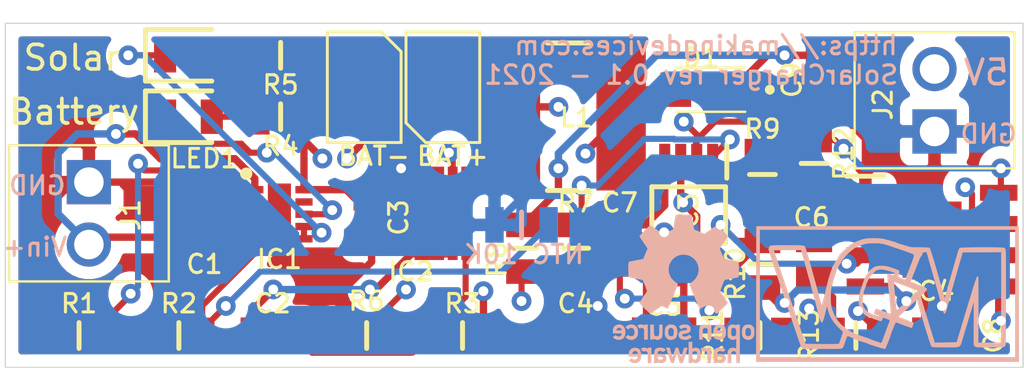
<source format=kicad_pcb>
(kicad_pcb (version 20211014) (generator pcbnew)
  (layers (0 "F.Cu" signal) (1 "In1.Cu" signal) (2 "In2.Cu" signal) (31 "B.Cu" signal) (34 "B.Paste" user) (35 "F.Paste" user) (36 "B.SilkS" user "B.Silkscreen") (37 "F.SilkS" user "F.Silkscreen") (38 "B.Mask" user) (39 "F.Mask" user) (44 "Edge.Cuts" user))
  (net 0 "")
  (net 1 "Vin+")
  (net 2 "gnd")
  (net 3 "Net-(C2-Pad2)")
  (net 4 "BAT-")
  (net 5 "BAT+")
  (net 6 "Net-(C4-Pad2)")
  (net 7 "Net-(C6-Pad2)")
  (net 8 "Net-(C7-Pad2)")
  (net 9 "5V")
  (net 10 "5V_BF")
  (net 11 "Net-(D1-Pad2)")
  (net 12 "Net-(IC1-Pad9)")
  (net 13 "Net-(IC1-Pad8)")
  (net 14 "Net-(IC1-Pad6)")
  (net 15 "Net-(IC1-Pad5)")
  (net 16 "Net-(IC1-Pad4)")
  (net 17 "Net-(IC1-Pad2)")
  (net 18 "Net-(IC2-Pad7)")
  (net 19 "Net-(IC2-Pad5)")
  (net 20 "Net-(IC2-Pad4)")
  (net 21 "Net-(IC3-Pad2)")
  (net 22 "Net-(IC3-Pad1)")
  (net 23 "Net-(IC4-Pad8)")
  (net 24 "Net-(IC4-Pad7)")
  (net 25 "Net-(IC4-Pad6)")
  (net 26 "Net-(IC4-Pad3)")
  (net 27 "Net-(LED1-Pad2)")
  (net 28 "Net-(LED2-Pad2)")
  (footprint "Library_Loader:RESC2012X75N" (layer "F.Cu") (at 93.8 53.7 180)
    (fp_text reference "R6" (at 0 1.4) (layer "F.SilkS") (effects (font (size 0.75 0.75) (thickness 0.125))))
    (fp_text value "2.7k" hide)
    (pad "1" smd rect locked (at -0.95 0 180) (size 1 1.45) (layers "F.Cu" "F.Paste" "F.Mask") (net 19 "Net-(IC2-Pad5)"))
    (pad "2" smd rect locked (at 0.95 0 180) (size 1 1.45) (layers "F.Cu" "F.Paste" "F.Mask") (net 2 "gnd"))
  )
  (footprint "Library_Loader:CAPC2012X140N" (layer "F.Cu") (at 87.2 48.9 -90)
    (fp_text reference "C1" (at 1.9 0 180) (layer "F.SilkS") (effects (font (size 0.75 0.75) (thickness 0.125))))
    (fp_text value "1uF" hide)
    (pad "1" smd rect locked (at -0.8 0 270) (size 1.02 1.47) (layers "F.Cu" "F.Paste" "F.Mask") (net 2 "gnd"))
    (pad "2" smd rect locked (at 0.8 0 270) (size 1.02 1.47) (layers "F.Cu" "F.Paste" "F.Mask") (net 1 "Vin+"))
  )
  (footprint "Library_Loader:CAPC2012X140N" (layer "F.Cu") (at 89.98 53.7)
    (fp_text reference "C2" (at 0 -1.3) (layer "F.SilkS") (effects (font (size 0.75 0.75) (thickness 0.125))))
    (fp_text value "1uF" hide)
    (pad "1" smd rect locked (at -0.8 0) (size 1.02 1.47) (layers "F.Cu" "F.Paste" "F.Mask") (net 4 "BAT-"))
    (pad "2" smd rect locked (at 0.8 0) (size 1.02 1.47) (layers "F.Cu" "F.Paste" "F.Mask") (net 3 "Net-(C2-Pad2)"))
  )
  (footprint "Library_Loader:CAPC2012X140N" (layer "F.Cu") (at 94 48.9 -90)
    (fp_text reference "C3" (at 0 -1.1 90) (layer "F.SilkS") (effects (font (size 0.75 0.75) (thickness 0.125))))
    (fp_text value "1uF" hide)
    (pad "1" smd rect locked (at -0.8 0 270) (size 1.02 1.47) (layers "F.Cu" "F.Paste" "F.Mask") (net 5 "BAT+"))
    (pad "2" smd rect locked (at 0.8 0 270) (size 1.02 1.47) (layers "F.Cu" "F.Paste" "F.Mask") (net 2 "gnd"))
  )
  (footprint "Library_Loader:CAPC2012X140N" (layer "F.Cu") (at 102.3 53.7 180)
    (fp_text reference "C4" (at 0 1.3) (layer "F.SilkS") (effects (font (size 0.75 0.75) (thickness 0.125))))
    (fp_text value "820pF" hide)
    (pad "1" smd rect locked (at -0.8 0 180) (size 1.02 1.47) (layers "F.Cu" "F.Paste" "F.Mask") (net 2 "gnd"))
    (pad "2" smd rect locked (at 0.8 0 180) (size 1.02 1.47) (layers "F.Cu" "F.Paste" "F.Mask") (net 6 "Net-(C4-Pad2)"))
  )
  (footprint "Library_Loader:CAPC2012X140N" (layer "F.Cu") (at 105.9 53.7)
    (fp_text reference "C5" (at 0 -1.2) (layer "F.SilkS") (effects (font (size 0.75 0.75) (thickness 0.125))))
    (fp_text value "22uF" hide)
    (pad "1" smd rect locked (at -0.8 0) (size 1.02 1.47) (layers "F.Cu" "F.Paste" "F.Mask") (net 2 "gnd"))
    (pad "2" smd rect locked (at 0.8 0) (size 1.02 1.47) (layers "F.Cu" "F.Paste" "F.Mask") (net 5 "BAT+"))
  )
  (footprint "Library_Loader:CAPC2012X140N" (layer "F.Cu") (at 112 50.6 90)
    (fp_text reference "C6" (at 1.7 -0.1 180) (layer "F.SilkS") (effects (font (size 0.75 0.75) (thickness 0.125))))
    (fp_text value "2.2nF" hide)
    (pad "1" smd rect locked (at -0.8 0 90) (size 1.02 1.47) (layers "F.Cu" "F.Paste" "F.Mask") (net 2 "gnd"))
    (pad "2" smd rect locked (at 0.8 0 90) (size 1.02 1.47) (layers "F.Cu" "F.Paste" "F.Mask") (net 7 "Net-(C6-Pad2)"))
  )
  (footprint "Library_Loader:CAPC2012X140N" (layer "F.Cu") (at 104.1 50 -90)
    (fp_text reference "C7" (at -1.7 0 180) (layer "F.SilkS") (effects (font (size 0.75 0.75) (thickness 0.125))))
    (fp_text value "100nF" hide)
    (pad "1" smd rect locked (at -0.8 0 270) (size 1.02 1.47) (layers "F.Cu" "F.Paste" "F.Mask") (net 2 "gnd"))
    (pad "2" smd rect locked (at 0.8 0 270) (size 1.02 1.47) (layers "F.Cu" "F.Paste" "F.Mask") (net 8 "Net-(C7-Pad2)"))
  )
  (footprint "Library_Loader:CAPC2012X140N" (layer "F.Cu") (at 117.3 53.7)
    (fp_text reference "C8" (at 2 0 90) (layer "F.SilkS") (effects (font (size 0.75 0.75) (thickness 0.125))))
    (fp_text value "100uF" hide)
    (pad "1" smd rect locked (at -0.8 0) (size 1.02 1.47) (layers "F.Cu" "F.Paste" "F.Mask") (net 2 "gnd"))
    (pad "2" smd rect locked (at 0.8 0) (size 1.02 1.47) (layers "F.Cu" "F.Paste" "F.Mask") (net 9 "5V"))
  )
  (footprint "Library_Loader:CAPC2012X140N" (layer "F.Cu") (at 112.4 43.2 90)
    (fp_text reference "C9" (at -0.1 -1.3 270) (layer "F.SilkS") (effects (font (size 0.75 0.75) (thickness 0.125))))
    (fp_text value "47uF" hide)
    (pad "1" smd rect locked (at -0.8 0 90) (size 1.02 1.47) (layers "F.Cu" "F.Paste" "F.Mask") (net 2 "gnd"))
    (pad "2" smd rect locked (at 0.8 0 90) (size 1.02 1.47) (layers "F.Cu" "F.Paste" "F.Mask") (net 10 "5V_BF"))
  )
  (footprint "Library_Loader:SS12FP" (layer "F.Cu") (at 107.8 43.7 180)
    (fp_text reference "D1" (at 0.4 1.3) (layer "F.SilkS") (effects (font (size 0.75 0.75) (thickness 0.125))))
    (fp_text value "FSV360FP" hide)
    (pad "1" smd rect locked (at -0.9 0 270) (size 1.4 2.3) (layers "F.Cu" "F.Paste" "F.Mask") (net 10 "5V_BF"))
    (pad "2" smd rect locked (at 1.425 0 180) (size 1.25 1.4) (layers "F.Cu" "F.Paste" "F.Mask") (net 11 "Net-(D1-Pad2)"))
  )
  (footprint "Library_Loader:mountinghole_battery" (layer "F.Cu") (at 96.9 43.6)
    (fp_text reference "H1" hide)
    (fp_text value "bat+")
    (pad "1" smd rect locked (at 0 0) (size 2 3.5) (layers "F.Cu" "F.Paste" "F.Mask") (net 5 "BAT+"))
  )
  (footprint "Library_Loader:mountinghole_battery" (layer "F.Cu") (at 93.7 43.6 180)
    (fp_text reference "H2" hide)
    (fp_text value "bat-")
    (pad "1" smd rect locked (at 0 0 180) (size 2 3.5) (layers "F.Cu" "F.Paste" "F.Mask") (net 4 "BAT-"))
  )
  (footprint "Library_Loader:SON50P200X300X80-11N" (layer "F.Cu") (at 90.25 48.7675)
    (fp_text reference "IC1" (at 0 1.8325) (layer "F.SilkS") (effects (font (size 0.75 0.75) (thickness 0.125))))
    (fp_text value "BQ24210DQCR" hide)
    (pad "1" smd rect locked (at -1 -1 90) (size 0.3 0.7) (layers "F.Cu" "F.Paste" "F.Mask") (net 1 "Vin+"))
    (pad "2" smd rect locked (at -1 -0.5 90) (size 0.3 0.7) (layers "F.Cu" "F.Paste" "F.Mask") (net 17 "Net-(IC1-Pad2)"))
    (pad "3" smd rect locked (at -1 0 90) (size 0.3 0.7) (layers "F.Cu" "F.Paste" "F.Mask") (net 2 "gnd"))
    (pad "4" smd rect locked (at -1 0.5 90) (size 0.3 0.7) (layers "F.Cu" "F.Paste" "F.Mask") (net 16 "Net-(IC1-Pad4)"))
    (pad "5" smd rect locked (at -1 1 90) (size 0.3 0.7) (layers "F.Cu" "F.Paste" "F.Mask") (net 15 "Net-(IC1-Pad5)"))
    (pad "6" smd rect locked (at 1 1 90) (size 0.3 0.7) (layers "F.Cu" "F.Paste" "F.Mask") (net 14 "Net-(IC1-Pad6)"))
    (pad "7" smd rect locked (at 1 0.5 90) (size 0.3 0.7) (layers "F.Cu" "F.Paste" "F.Mask") (net 14 "Net-(IC1-Pad6)"))
    (pad "8" smd rect locked (at 1 0 90) (size 0.3 0.7) (layers "F.Cu" "F.Paste" "F.Mask") (net 13 "Net-(IC1-Pad8)"))
    (pad "9" smd rect locked (at 1 -0.5 90) (size 0.3 0.7) (layers "F.Cu" "F.Paste" "F.Mask") (net 12 "Net-(IC1-Pad9)"))
    (pad "10" smd rect locked (at 1 -1 90) (size 0.3 0.7) (layers "F.Cu" "F.Paste" "F.Mask") (net 5 "BAT+"))
    (pad "11" smd rect locked (at 0 0) (size 0.94 2.5) (layers "F.Cu" "F.Paste" "F.Mask") (net 2 "gnd"))
  )
  (footprint "Library_Loader:AP9214LANHSBR7" (layer "F.Cu") (at 96.9 48.73)
    (fp_text reference "IC2" (at -1.3 2.37) (layer "F.SilkS") (effects (font (size 0.75 0.75) (thickness 0.125))))
    (fp_text value "AP9214L-AN-HSBR-7" hide)
    (pad "1" smd rect locked (at -0.55 1.65 90) (size 0.5 1.2) (layers "F.Cu" "F.Paste" "F.Mask") (net 4 "BAT-"))
    (pad "2" smd rect locked (at 0.4 1.65) (size 0.4 0.5) (layers "F.Cu" "F.Paste" "F.Mask") (net 4 "BAT-"))
    (pad "3" smd rect locked (at 0.95 1.65) (size 0.4 0.5) (layers "F.Cu" "F.Paste" "F.Mask") (net 3 "Net-(C2-Pad2)"))
    (pad "4" smd rect locked (at 0.95 -1.65) (size 0.4 0.5) (layers "F.Cu" "F.Paste" "F.Mask") (net 20 "Net-(IC2-Pad4)"))
    (pad "5" smd rect locked (at 0.4 -1.65) (size 0.4 0.5) (layers "F.Cu" "F.Paste" "F.Mask") (net 19 "Net-(IC2-Pad5)"))
    (pad "6" smd rect locked (at -0.55 -1.65 90) (size 0.5 1.2) (layers "F.Cu" "F.Paste" "F.Mask") (net 2 "gnd"))
    (pad "7" smd rect locked (at 0 0) (size 2.21 2.4) (layers "F.Cu" "F.Paste" "F.Mask") (net 18 "Net-(IC2-Pad7)"))
  )
  (footprint "Library_Loader:SOP65P490X110-8N" (layer "F.Cu") (at 106.9 48.8 -90)
    (fp_text reference "IC3" (at 0 0 90) (layer "F.SilkS") (effects (font (size 0.75 0.75) (thickness 0.125))))
    (fp_text value "TPS61085TDGKR" hide)
    (pad "1" smd rect locked (at -2.2 -0.975) (size 0.45 1.4) (layers "F.Cu" "F.Paste" "F.Mask") (net 22 "Net-(IC3-Pad1)"))
    (pad "2" smd rect locked (at -2.2 -0.325) (size 0.45 1.4) (layers "F.Cu" "F.Paste" "F.Mask") (net 21 "Net-(IC3-Pad2)"))
    (pad "3" smd rect locked (at -2.2 0.325) (size 0.45 1.4) (layers "F.Cu" "F.Paste" "F.Mask") (net 5 "BAT+"))
    (pad "4" smd rect locked (at -2.2 0.975) (size 0.45 1.4) (layers "F.Cu" "F.Paste" "F.Mask") (net 2 "gnd"))
    (pad "5" smd rect locked (at 2.2 0.975) (size 0.45 1.4) (layers "F.Cu" "F.Paste" "F.Mask") (net 11 "Net-(D1-Pad2)"))
    (pad "6" smd rect locked (at 2.2 0.325) (size 0.45 1.4) (layers "F.Cu" "F.Paste" "F.Mask") (net 5 "BAT+"))
    (pad "7" smd rect locked (at 2.2 -0.325) (size 0.45 1.4) (layers "F.Cu" "F.Paste" "F.Mask") (net 5 "BAT+"))
    (pad "8" smd rect locked (at 2.2 -0.975) (size 0.45 1.4) (layers "F.Cu" "F.Paste" "F.Mask") (net 8 "Net-(C7-Pad2)"))
  )
  (footprint "Library_Loader:SOIC127P600X170-9N" (layer "F.Cu") (at 116.8 49.8)
    (fp_text reference "IC4" (at 0 2.1) (layer "F.SilkS") (effects (font (size 0.75 0.75) (thickness 0.125))))
    (fp_text value "TPS259620DDAR" hide)
    (pad "1" smd rect locked (at -2.712 -1.905 90) (size 0.65 1.525) (layers "F.Cu" "F.Paste" "F.Mask") (net 2 "gnd"))
    (pad "2" smd rect locked (at -2.712 -0.635 90) (size 0.65 1.525) (layers "F.Cu" "F.Paste" "F.Mask") (net 7 "Net-(C6-Pad2)"))
    (pad "3" smd rect locked (at -2.712 0.635 90) (size 0.65 1.525) (layers "F.Cu" "F.Paste" "F.Mask") (net 26 "Net-(IC4-Pad3)"))
    (pad "4" smd rect locked (at -2.712 1.905 90) (size 0.65 1.525) (layers "F.Cu" "F.Paste" "F.Mask") (net 10 "5V_BF"))
    (pad "5" smd rect locked (at 2.712 1.905 90) (size 0.65 1.525) (layers "F.Cu" "F.Paste" "F.Mask") (net 9 "5V"))
    (pad "6" smd rect locked (at 2.712 0.635 90) (size 0.65 1.525) (layers "F.Cu" "F.Paste" "F.Mask") (net 25 "Net-(IC4-Pad6)"))
    (pad "7" smd rect locked (at 2.712 -0.635 90) (size 0.65 1.525) (layers "F.Cu" "F.Paste" "F.Mask") (net 24 "Net-(IC4-Pad7)"))
    (pad "8" smd rect locked (at 2.712 -1.905 90) (size 0.65 1.525) (layers "F.Cu" "F.Paste" "F.Mask") (net 23 "Net-(IC4-Pad8)"))
    (pad "9" smd rect locked (at 0 0) (size 2.4 3.1) (layers "F.Cu" "F.Paste" "F.Mask") (net 2 "gnd"))
  )
  (footprint "Library_Loader:282834-2_1" (layer "F.Cu") (at 82.5 47.46 -90)
    (fp_text reference "J1" (at 1.34 -1.7 90) (layer "F.SilkS") (effects (font (size 0.75 0.75) (thickness 0.125))))
    (fp_text value "IN" hide)
    (pad "1" thru_hole rect locked (at 0 0 270) (size 1.8 1.8) (drill 1.2) (layers *.Cu *.Mask) (net 2 "gnd"))
    (pad "2" thru_hole circle locked (at 2.54 0 270) (size 1.8 1.8) (drill 1.2) (layers *.Cu *.Mask) (net 1 "Vin+"))
  )
  (footprint "Library_Loader:282834-2_1" (layer "F.Cu") (at 116.9 45.4 90)
    (fp_text reference "J2" (at 1.1 -2.1 90) (layer "F.SilkS") (effects (font (size 0.75 0.75) (thickness 0.125))))
    (fp_text value "OUT" hide)
    (pad "1" thru_hole rect locked (at 0 0 90) (size 1.8 1.8) (drill 1.2) (layers *.Cu *.Mask) (net 2 "gnd"))
    (pad "2" thru_hole circle locked (at 2.54 0 90) (size 1.8 1.8) (drill 1.2) (layers *.Cu *.Mask) (net 9 "5V"))
  )
  (footprint "Library_Loader:SRN6045_1" (layer "F.Cu") (at 102 44.8 180)
    (fp_text reference "L1" (at -0.327 -0.037) (layer "F.SilkS") (effects (font (size 0.75 0.75) (thickness 0.125))))
    (fp_text value "4.7uH" hide)
    (pad "1" smd rect locked (at -2.15 0 180) (size 2.01 6) (layers "F.Cu" "F.Paste" "F.Mask") (net 11 "Net-(D1-Pad2)"))
    (pad "2" smd rect locked (at 2.15 0 180) (size 2.01 6) (layers "F.Cu" "F.Paste" "F.Mask") (net 5 "BAT+"))
  )
  (footprint "Library_Loader:LEDC2012X90N" (layer "F.Cu") (at 86.55 44.8)
    (fp_text reference "LED1" (at 0.65 1.7) (layer "F.SilkS") (effects (font (size 0.75 0.75) (thickness 0.125))))
    (fp_text value "Orange" hide)
    (pad "1" smd rect locked (at -0.95 0) (size 0.9 1.4) (layers "F.Cu" "F.Paste" "F.Mask") (net 13 "Net-(IC1-Pad8)"))
    (pad "2" smd rect locked (at 0.95 0) (size 0.9 1.4) (layers "F.Cu" "F.Paste" "F.Mask") (net 27 "Net-(LED1-Pad2)"))
  )
  (footprint "Library_Loader:LEDC2012X90N" (layer "F.Cu") (at 86.55 42.3)
    (fp_text reference "LED2" hide)
    (fp_text value "Green" hide)
    (pad "1" smd rect locked (at -0.95 0) (size 0.9 1.4) (layers "F.Cu" "F.Paste" "F.Mask") (net 14 "Net-(IC1-Pad6)"))
    (pad "2" smd rect locked (at 0.95 0) (size 0.9 1.4) (layers "F.Cu" "F.Paste" "F.Mask") (net 28 "Net-(LED2-Pad2)"))
  )
  (footprint "Library_Loader:RESC2012X75N" (layer "F.Cu") (at 82.1 53.7)
    (fp_text reference "R1" (at 0 -1.3) (layer "F.SilkS") (effects (font (size 0.75 0.75) (thickness 0.125))))
    (fp_text value "780" hide)
    (pad "1" smd rect locked (at -0.95 0) (size 1 1.45) (layers "F.Cu" "F.Paste" "F.Mask") (net 2 "gnd"))
    (pad "2" smd rect locked (at 0.95 0) (size 1 1.45) (layers "F.Cu" "F.Paste" "F.Mask") (net 17 "Net-(IC1-Pad2)"))
  )
  (footprint "Library_Loader:RESC2012X75N" (layer "F.Cu") (at 86.16 53.7)
    (fp_text reference "R2" (at 0 -1.3) (layer "F.SilkS") (effects (font (size 0.75 0.75) (thickness 0.125))))
    (fp_text value "21.5K" hide)
    (pad "1" smd rect locked (at -0.95 0) (size 1 1.45) (layers "F.Cu" "F.Paste" "F.Mask") (net 16 "Net-(IC1-Pad4)"))
    (pad "2" smd rect locked (at 0.95 0) (size 1 1.45) (layers "F.Cu" "F.Paste" "F.Mask") (net 15 "Net-(IC1-Pad5)"))
  )
  (footprint "Library_Loader:RESC2012X75N" (layer "F.Cu") (at 97.7 53.7 180)
    (fp_text reference "R3" (at 0 1.3) (layer "F.SilkS") (effects (font (size 0.75 0.75) (thickness 0.125))))
    (fp_text value "330" hide)
    (pad "1" smd rect locked (at -0.95 0 180) (size 1 1.45) (layers "F.Cu" "F.Paste" "F.Mask") (net 5 "BAT+"))
    (pad "2" smd rect locked (at 0.95 0 180) (size 1 1.45) (layers "F.Cu" "F.Paste" "F.Mask") (net 3 "Net-(C2-Pad2)"))
  )
  (footprint "Library_Loader:RESC2012X75N" (layer "F.Cu") (at 90.3 44.8 180)
    (fp_text reference "R4" (at 0 -1.2) (layer "F.SilkS") (effects (font (size 0.75 0.75) (thickness 0.125))))
    (fp_text value "1k" hide)
    (pad "1" smd rect locked (at -0.95 0 180) (size 1 1.45) (layers "F.Cu" "F.Paste" "F.Mask") (net 5 "BAT+"))
    (pad "2" smd rect locked (at 0.95 0 180) (size 1 1.45) (layers "F.Cu" "F.Paste" "F.Mask") (net 27 "Net-(LED1-Pad2)"))
  )
  (footprint "Library_Loader:RESC2012X75N" (layer "F.Cu") (at 90.3 42.3 180)
    (fp_text reference "R5" (at 0 -1.2) (layer "F.SilkS") (effects (font (size 0.75 0.75) (thickness 0.125))))
    (fp_text value "1k" hide)
    (pad "1" smd rect locked (at -0.95 0 180) (size 1 1.45) (layers "F.Cu" "F.Paste" "F.Mask") (net 5 "BAT+"))
    (pad "2" smd rect locked (at 0.95 0 180) (size 1 1.45) (layers "F.Cu" "F.Paste" "F.Mask") (net 28 "Net-(LED2-Pad2)"))
  )
  (footprint "Library_Loader:RESC2012X75N" (layer "F.Cu") (at 102.3 50.15 -90)
    (fp_text reference "R7" (at -1.85 0 180) (layer "F.SilkS") (effects (font (size 0.75 0.75) (thickness 0.125))))
    (fp_text value "44.2k" hide)
    (pad "1" smd rect locked (at -0.95 0 270) (size 1 1.45) (layers "F.Cu" "F.Paste" "F.Mask") (net 22 "Net-(IC3-Pad1)"))
    (pad "2" smd rect locked (at 0.95 0 270) (size 1 1.45) (layers "F.Cu" "F.Paste" "F.Mask") (net 6 "Net-(C4-Pad2)"))
  )
  (footprint "Library_Loader:RESC2012X75N" (layer "F.Cu") (at 100.2 50.15 -90)
    (fp_text reference "R8" (at 0.45 1.1 90) (layer "F.SilkS") (effects (font (size 0.75 0.75) (thickness 0.125))))
    (fp_text value "82k" hide)
    (pad "1" smd rect locked (at -0.95 0 270) (size 1 1.45) (layers "F.Cu" "F.Paste" "F.Mask") (net 10 "5V_BF"))
    (pad "2" smd rect locked (at 0.95 0 270) (size 1 1.45) (layers "F.Cu" "F.Paste" "F.Mask") (net 21 "Net-(IC3-Pad2)"))
  )
  (footprint "Library_Loader:RESC2012X75N" (layer "F.Cu") (at 109.9 47.15 -90)
    (fp_text reference "R9" (at -1.85 0 180) (layer "F.SilkS") (effects (font (size 0.75 0.75) (thickness 0.125))))
    (fp_text value "27k" hide)
    (pad "1" smd rect locked (at -0.95 0 270) (size 1 1.45) (layers "F.Cu" "F.Paste" "F.Mask") (net 21 "Net-(IC3-Pad2)"))
    (pad "2" smd rect locked (at 0.95 0 270) (size 1 1.45) (layers "F.Cu" "F.Paste" "F.Mask") (net 2 "gnd"))
  )
  (footprint "Library_Loader:RESC2012X75N" (layer "F.Cu") (at 109.9 50.8 90)
    (fp_text reference "R10" (at -0.4 -1.1 270) (layer "F.SilkS") (effects (font (size 0.75 0.75) (thickness 0.125))))
    (fp_text value "450K" hide)
    (pad "1" smd rect locked (at -0.95 0 90) (size 1 1.45) (layers "F.Cu" "F.Paste" "F.Mask") (net 10 "5V_BF"))
    (pad "2" smd rect locked (at 0.95 0 90) (size 1 1.45) (layers "F.Cu" "F.Paste" "F.Mask") (net 26 "Net-(IC4-Pad3)"))
  )
  (footprint "Library_Loader:RESC2012X75N" (layer "F.Cu") (at 109.8 53.7)
    (fp_text reference "R11" (at -1.9 0 90) (layer "F.SilkS") (effects (font (size 0.75 0.75) (thickness 0.125))))
    (fp_text value "432k" hide)
    (pad "1" smd rect locked (at -0.95 0) (size 1 1.45) (layers "F.Cu" "F.Paste" "F.Mask") (net 26 "Net-(IC4-Pad3)"))
    (pad "2" smd rect locked (at 0.95 0) (size 1 1.45) (layers "F.Cu" "F.Paste" "F.Mask") (net 2 "gnd"))
  )
  (footprint "Library_Loader:RESC2012X75N" (layer "F.Cu") (at 112 46.7 -90)
    (fp_text reference "R12" (at -0.4 -1.2 90) (layer "F.SilkS") (effects (font (size 0.75 0.75) (thickness 0.125))))
    (fp_text value "400k" hide)
    (pad "1" smd rect locked (at -0.95 0 270) (size 1 1.45) (layers "F.Cu" "F.Paste" "F.Mask") (net 23 "Net-(IC4-Pad8)"))
    (pad "2" smd rect locked (at 0.95 0 270) (size 1 1.45) (layers "F.Cu" "F.Paste" "F.Mask") (net 2 "gnd"))
  )
  (footprint "Library_Loader:RESC2012X75N" (layer "F.Cu") (at 113.7 53.7 180)
    (fp_text reference "R13" (at 1.9 0 90) (layer "F.SilkS") (effects (font (size 0.75 0.75) (thickness 0.125))))
    (fp_text value "909" hide)
    (pad "1" smd rect locked (at -0.95 0 180) (size 1 1.45) (layers "F.Cu" "F.Paste" "F.Mask") (net 24 "Net-(IC4-Pad7)"))
    (pad "2" smd rect locked (at 0.95 0 180) (size 1 1.45) (layers "F.Cu" "F.Paste" "F.Mask") (net 2 "gnd"))
  )
  (footprint "Library_Loader:THRMC2012X95N" (layer "B.Cu") (at 100.1 49.2)
    (fp_text reference "RT1" hide)
    (fp_text value "NTC 10K" hide)
    (pad "1" smd rect locked (at -1.1 0) (size 0.75 1.45) (layers "B.Cu" "B.Paste" "B.Mask") (net 2 "gnd"))
    (pad "2" smd rect locked (at 1.1 0) (size 0.75 1.45) (layers "B.Cu" "B.Paste" "B.Mask") (net 15 "Net-(IC1-Pad5)"))
  )
  (footprint "MDV:logo_MDV_3" (layer "B.Cu") (at 115 52 180)
    (fp_text reference "G***" hide)
    (fp_text value "LOGO" hide)
  )
  (footprint "Symbol:OSHW-Logo_5.7x6mm_SilkScreen" (layer "B.Cu") (at 106.7 51.8 180)
    (fp_text reference "REF**" hide)
    (fp_text value "OSHW-Logo_5.7x6mm_SilkScreen" hide)
  )
  (gr_line (start 79.1 55) (end 79.1 41) (layer "Edge.Cuts") (width 0.05))
  (gr_line (start 120.5 55) (end 79.1 55) (layer "Edge.Cuts") (width 0.05))
  (gr_line (start 120.5 41) (end 120.5 55) (layer "Edge.Cuts") (width 0.05))
  (gr_line (start 79.1 41) (end 120.5 41) (layer "Edge.Cuts") (width 0.05))
  (gr_text "GND" (at 119.1 45.5) (layer "B.SilkS") (effects (font (size 0.75 0.75) (thickness 0.125)) (justify mirror)))
  (gr_text "SolarCharger rev 0.1 - 2021" (at 107 43.1) (layer "B.SilkS") (effects (font (size 0.75 0.75) (thickness 0.125)) (justify mirror)))
  (gr_text "GND" (at 80.4 47.6) (layer "B.SilkS") (effects (font (size 0.75 0.75) (thickness 0.125)) (justify mirror)))
  (gr_text "Vin+\n" (at 80.3 50.1) (layer "B.SilkS") (effects (font (size 0.75 0.75) (thickness 0.125)) (justify mirror)))
  (gr_text "5V" (at 119 43) (layer "B.SilkS") (effects (font (size 1 1)) (justify mirror)))
  (gr_text "https://makingdevices.com" (at 107.6 41.9) (layer "B.SilkS") (effects (font (size 0.75 0.75) (thickness 0.125)) (justify mirror)))
  (gr_text "NTC 10K" (at 100.2 50.4) (layer "B.SilkS") (effects (font (size 0.75 0.75) (thickness 0.125)) (justify mirror)))
  (gr_text "BAT-" (at 94.1 46.4) (layer "F.SilkS") (effects (font (size 0.75 0.75) (thickness 0.125))))
  (gr_text "Solar" (at 81.8 42.4) (layer "F.SilkS") (effects (font (size 1 1))))
  (gr_text "Battery" (at 81.9 44.6) (layer "F.SilkS") (effects (font (size 1 1))))
  (gr_text "BAT+" (at 97.3 46.4) (layer "F.SilkS") (effects (font (size 0.75 0.75) (thickness 0.125))))
  (segment (start 89.25 47.3175) (end 88.442482 46.509982) (width 0.3) (layer "F.Cu") (net 1))
  (segment (start 85.409984 46.509982) (end 84.400002 45.5) (width 0.3) (layer "F.Cu") (net 1))
  (segment (start 82.8 49.7) (end 82.5 50) (width 0.3) (layer "F.Cu") (net 1))
  (segment (start 87.2 49.7) (end 82.8 49.7) (width 0.3) (layer "F.Cu") (net 1))
  (segment (start 89.25 47.7675) (end 89.25 47.3175) (width 0.3) (layer "F.Cu") (net 1))
  (segment (start 84.400002 45.5) (end 83.6 45.5) (width 0.3) (layer "F.Cu") (net 1))
  (segment (start 88.442482 46.509982) (end 85.409984 46.509982) (width 0.3) (layer "F.Cu") (net 1))
  (via (at 83.6 45.5) (size 0.8) (drill 0.4) (layers "F.Cu" "B.Cu") (net 1))
  (segment (start 82.029998 45.5) (end 81.249999 46.279999) (width 0.3) (layer "B.Cu") (net 1))
  (segment (start 81.249999 48.749999) (end 82.5 50) (width 0.3) (layer "B.Cu") (net 1))
  (segment (start 83.6 45.5) (end 82.029998 45.5) (width 0.3) (layer "B.Cu") (net 1))
  (segment (start 81.249999 46.279999) (end 81.249999 48.749999) (width 0.3) (layer "B.Cu") (net 1))
  (segment (start 95.035 49.7) (end 95.2 49.535) (width 0.3) (layer "F.Cu") (net 2))
  (segment (start 93.5 51.2) (end 94 50.7) (width 0.3) (layer "F.Cu") (net 2))
  (segment (start 90.619999 50.267501) (end 90.25 49.897502) (width 0.3) (layer "F.Cu") (net 2))
  (segment (start 92.732499 50.267501) (end 91.967501 50.267501) (width 0.3) (layer "F.Cu") (net 2))
  (segment (start 104.489998 49.2) (end 104.1 49.2) (width 0.3) (layer "F.Cu") (net 2))
  (segment (start 105.925 48.41) (end 105.135 49.2) (width 0.3) (layer "F.Cu") (net 2))
  (segment (start 105.185001 49.895003) (end 104.489998 49.2) (width 0.3) (layer "F.Cu") (net 2))
  (segment (start 93.5 51.2) (end 93.3 51.2) (width 0.3) (layer "F.Cu") (net 2))
  (segment (start 110.75 53.65) (end 111.8 52.6) (width 0.3) (layer "F.Cu") (net 2))
  (segment (start 93.3 49.7) (end 92.732499 50.267501) (width 0.3) (layer "F.Cu") (net 2))
  (segment (start 91.967501 50.267501) (end 90.619999 50.267501) (width 0.3) (layer "F.Cu") (net 2))
  (segment (start 91.4 50.4) (end 90.5 50.4) (width 0.3) (layer "F.Cu") (net 2))
  (segment (start 105.135 49.2) (end 104.1 49.2) (width 0.3) (layer "F.Cu") (net 2))
  (segment (start 93.3 49.7) (end 94.335 49.7) (width 0.3) (layer "F.Cu") (net 2))
  (segment (start 112.75 53.7) (end 112.75 52.15) (width 0.3) (layer "F.Cu") (net 2))
  (segment (start 80.7 48.6) (end 80.7 52.75) (width 0.3) (layer "F.Cu") (net 2))
  (segment (start 92.1 51.1) (end 91.4 50.4) (width 0.3) (layer "F.Cu") (net 2))
  (segment (start 95.2 46.9) (end 96.17 46.9) (width 0.3) (layer "F.Cu") (net 2))
  (segment (start 117.2 52.5) (end 117.2 50.2) (width 0.3) (layer "F.Cu") (net 2))
  (segment (start 116.8 49.8) (end 114.895 47.895) (width 0.3) (layer "F.Cu") (net 2))
  (segment (start 116.8 45.5) (end 116.9 45.4) (width 0.3) (layer "F.Cu") (net 2))
  (segment (start 94 49.7) (end 95.035 49.7) (width 0.3) (layer "F.Cu") (net 2))
  (segment (start 105.1 53.7) (end 105.185001 53.614999) (width 0.3) (layer "F.Cu") (net 2))
  (segment (start 112 47.65) (end 113.843 47.65) (width 0.3) (layer "F.Cu") (net 2))
  (segment (start 103.1 53.7) (end 103.1 52.6) (width 0.3) (layer "F.Cu") (net 2))
  (segment (start 105.925 46.6) (end 105.925 48.41) (width 0.3) (layer "F.Cu") (net 2))
  (segment (start 80.7 52.75) (end 81.15 53.2) (width 0.3) (layer "F.Cu") (net 2))
  (segment (start 114.376 45.4) (end 114.088 45.688) (width 0.3) (layer "F.Cu") (net 2))
  (segment (start 92.85 53.2) (end 92.85 51.85) (width 0.3) (layer "F.Cu") (net 2))
  (segment (start 116.9 45.4) (end 114.376 45.4) (width 0.3) (layer "F.Cu") (net 2))
  (segment (start 105.185001 53.614999) (end 105.185001 49.895003) (width 0.3) (layer "F.Cu") (net 2))
  (segment (start 116.8 49.8) (end 116.8 45.5) (width 0.3) (layer "F.Cu") (net 2))
  (segment (start 94 50.7) (end 94 49.7) (width 0.3) (layer "F.Cu") (net 2))
  (segment (start 114.895 47.895) (end 114.088 47.895) (width 0.3) (layer "F.Cu") (net 2))
  (segment (start 93.2 51.1) (end 92.1 51.1) (width 0.3) (layer "F.Cu") (net 2))
  (segment (start 117.2 50.2) (end 116.8 49.8) (width 0.3) (layer "F.Cu") (net 2))
  (segment (start 81.84 47.46) (end 80.7 48.6) (width 0.3) (layer "F.Cu") (net 2))
  (segment (start 116.5 50.1) (end 116.8 49.8) (width 0.3) (layer "F.Cu") (net 2))
  (segment (start 90.25 49.897502) (end 90.25 48.7675) (width 0.3) (layer "F.Cu") (net 2))
  (segment (start 82.5 47.46) (end 86.56 47.46) (width 0.3) (layer "F.Cu") (net 2))
  (segment (start 82.5 47.46) (end 81.84 47.46) (width 0.3) (layer "F.Cu") (net 2))
  (segment (start 116.5 53.7) (end 116.5 50.1) (width 0.3) (layer "F.Cu") (net 2))
  (segment (start 109.9 48.1) (end 111.55 48.1) (width 0.3) (layer "F.Cu") (net 2))
  (segment (start 91.967501 50.267501) (end 92.2 50.5) (width 0.3) (layer "F.Cu") (net 2))
  (segment (start 91.835002 50.4) (end 91.967501 50.267501) (width 0.3) (layer "F.Cu") (net 2))
  (segment (start 110.75 53.7) (end 110.75 53.65) (width 0.3) (layer "F.Cu") (net 2))
  (segment (start 86.56 47.46) (end 87.2 48.1) (width 0.3) (layer "F.Cu") (net 2))
  (segment (start 95.2 49.535) (end 95.2 46.9) (width 0.3) (layer "F.Cu") (net 2))
  (segment (start 90.25 48.7675) (end 89.25 48.7675) (width 0.3) (layer "F.Cu") (net 2))
  (segment (start 114.088 47.895) (end 114.088 45.688) (width 0.3) (layer "F.Cu") (net 2))
  (segment (start 93.3 51.2) (end 93.2 51.1) (width 0.3) (layer "F.Cu") (net 2))
  (segment (start 114.088 45.688) (end 112.4 44) (width 0.3) (layer "F.Cu") (net 2))
  (segment (start 112.75 52.15) (end 112 51.4) (width 0.3) (layer "F.Cu") (net 2))
  (segment (start 113.843 47.65) (end 114.088 47.895) (width 0.3) (layer "F.Cu") (net 2))
  (segment (start 89.25 48.7675) (end 87.8675 48.7675) (width 0.3) (layer "F.Cu") (net 2))
  (segment (start 103.1 52.6) (end 103.2 52.5) (width 0.3) (layer "F.Cu") (net 2))
  (segment (start 87.8675 48.7675) (end 87.2 48.1) (width 0.3) (layer "F.Cu") (net 2))
  (segment (start 91.4 50.4) (end 91.835002 50.4) (width 0.3) (layer "F.Cu") (net 2))
  (segment (start 96.17 46.9) (end 96.35 47.08) (width 0.3) (layer "F.Cu") (net 2))
  (segment (start 111.55 48.1) (end 112 47.65) (width 0.3) (layer "F.Cu") (net 2))
  (segment (start 105.1 53.7) (end 103.1 53.7) (width 0.3) (layer "F.Cu") (net 2))
  (segment (start 112.75 53.7) (end 110.75 53.7) (width 0.3) (layer "F.Cu") (net 2))
  (segment (start 92.85 51.85) (end 93.5 51.2) (width 0.3) (layer "F.Cu") (net 2))
  (via (at 103.2 52.5) (size 0.8) (drill 0.4) (layers "F.Cu" "B.Cu") (net 2))
  (via (at 95.2 46.9) (size 0.8) (drill 0.4) (layers "F.Cu" "B.Cu") (net 2))
  (via (at 111.8 52.6) (size 0.8) (drill 0.4) (layers "F.Cu" "B.Cu") (net 2))
  (via (at 117.2 52.5) (size 0.8) (drill 0.4) (layers "F.Cu" "B.Cu") (net 2))
  (segment (start 103.2 52.5) (end 102.2 51.5) (width 0.3) (layer "B.Cu") (net 2))
  (segment (start 102.2 51.5) (end 102.2 48.469998) (width 0.3) (layer "B.Cu") (net 2))
  (segment (start 112.8 53.6) (end 117 53.6) (width 0.3) (layer "B.Cu") (net 2))
  (segment (start 97.5 49.2) (end 95.2 46.9) (width 0.3) (layer "B.Cu") (net 2))
  (segment (start 110.970422 53.429578) (end 104.129578 53.429578) (width 0.3) (layer "B.Cu") (net 2))
  (segment (start 117 53.6) (end 117.2 53.4) (width 0.3) (layer "B.Cu") (net 2))
  (segment (start 104.129578 53.429578) (end 103.2 52.5) (width 0.3) (layer "B.Cu") (net 2))
  (segment (start 101.730002 48) (end 100.2 48) (width 0.3) (layer "B.Cu") (net 2))
  (segment (start 100.2 48) (end 99 49.2) (width 0.3) (layer "B.Cu") (net 2))
  (segment (start 99 49.2) (end 97.5 49.2) (width 0.3) (layer "B.Cu") (net 2))
  (segment (start 117.2 53.4) (end 117.2 52.5) (width 0.3) (layer "B.Cu") (net 2))
  (segment (start 117.1 52.6) (end 117.2 52.5) (width 0.3) (layer "B.Cu") (net 2))
  (segment (start 111.8 52.6) (end 112.8 53.6) (width 0.3) (layer "B.Cu") (net 2))
  (segment (start 102.2 48.469998) (end 101.730002 48) (width 0.3) (layer "B.Cu") (net 2))
  (segment (start 111.8 52.6) (end 110.970422 53.429578) (width 0.3) (layer "B.Cu") (net 2))
  (segment (start 95.68 54.39) (end 96.730001 53.339999) (width 0.25) (layer "F.Cu") (net 3))
  (segment (start 97.85 50.65) (end 97.825001 50.674999) (width 0.25) (layer "F.Cu") (net 3))
  (segment (start 90.78 53.2) (end 90.78 53.38) (width 0.25) (layer "F.Cu") (net 3))
  (segment (start 91.575001 54.4) (end 95.624999 54.4) (width 0.25) (layer "F.Cu") (net 3))
  (segment (start 97.825001 50.674999) (end 97.825001 52.124999) (width 0.25) (layer "F.Cu") (net 3))
  (segment (start 97.85 50.38) (end 97.85 50.65) (width 0.25) (layer "F.Cu") (net 3))
  (segment (start 90.719999 53.529999) (end 91.59 54.4) (width 0.25) (layer "F.Cu") (net 3))
  (segment (start 97.825001 52.124999) (end 96.75 53.2) (width 0.25) (layer "F.Cu") (net 3))
  (segment (start 96.35 50.38) (end 95.62 50.38) (width 0.3) (layer "F.Cu") (net 4))
  (segment (start 90 51.825) (end 89.18 52.645) (width 0.3) (layer "F.Cu") (net 4))
  (segment (start 97.3 50.38) (end 96.35 50.38) (width 0.3) (layer "F.Cu") (net 4))
  (segment (start 95.62 50.38) (end 94.169669 51.830331) (width 0.3) (layer "F.Cu") (net 4))
  (segment (start 94.169669 51.830331) (end 93.930331 51.830331) (width 0.3) (layer "F.Cu") (net 4))
  (segment (start 93.7 45.8) (end 93 46.5) (width 0.3) (layer "F.Cu") (net 4))
  (segment (start 89.18 52.645) (end 89.18 53.2) (width 0.3) (layer "F.Cu") (net 4))
  (segment (start 93.7 43.6) (end 93.7 45.8) (width 0.3) (layer "F.Cu") (net 4))
  (via (at 93 46.5) (size 0.8) (drill 0.4) (layers "F.Cu" "B.Cu") (net 4))
  (via (at 93.930331 51.830331) (size 0.8) (drill 0.4) (layers "F.Cu" "B.Cu") (net 4))
  (via (at 90 51.825) (size 0.8) (drill 0.4) (layers "F.Cu" "B.Cu") (net 4))
  (segment (start 90.005331 51.830331) (end 90 51.825) (width 0.3) (layer "B.Cu") (net 4))
  (segment (start 93.930331 51.830331) (end 90.005331 51.830331) (width 0.3) (layer "B.Cu") (net 4))
  (segment (start 107.225 51) (end 107.225 48.839369) (width 0.3) (layer "F.Cu") (net 5))
  (segment (start 91.25 42.3) (end 91.25 44.8) (width 0.3) (layer "F.Cu") (net 5))
  (segment (start 94 48.1) (end 94 46.989998) (width 0.3) (layer "F.Cu") (net 5))
  (segment (start 91.25 47.7675) (end 92.9675 47.7675) (width 0.3) (layer "F.Cu") (net 5))
  (segment (start 94 46.989998) (end 96.9 44.089998) (width 0.3) (layer "F.Cu") (net 5))
  (segment (start 107.225 48.839369) (end 106.675 48.289369) (width 0.3) (layer "F.Cu") (net 5))
  (segment (start 93.3 48.1) (end 93.6 48.1) (width 0.3) (layer "F.Cu") (net 5))
  (segment (start 98.65 43.6) (end 99.85 44.8) (width 0.3) (layer "F.Cu") (net 5))
  (segment (start 96.9 44.089998) (end 96.9 43.6) (width 0.3) (layer "F.Cu") (net 5))
  (segment (start 106.575 48.189369) (end 106.675 48.289369) (width 0.3) (layer "F.Cu") (net 5))
  (segment (start 91.25 44.8) (end 91.25 47.7675) (width 0.3) (layer "F.Cu") (net 5))
  (segment (start 106.575 46.6) (end 106.575 48.189369) (width 0.3) (layer "F.Cu") (net 5))
  (segment (start 106.7 53.7) (end 106.7 51.125) (width 0.3) (layer "F.Cu") (net 5))
  (segment (start 96.9 43.6) (end 98.65 43.6) (width 0.3) (layer "F.Cu") (net 5))
  (segment (start 92.9675 47.7675) (end 93.3 48.1) (width 0.3) (layer "F.Cu") (net 5))
  (segment (start 101.6 44.4) (end 100.25 44.4) (width 0.3) (layer "F.Cu") (net 5))
  (segment (start 107.225 51) (end 106.575 51) (width 0.3) (layer "F.Cu") (net 5))
  (segment (start 91.25 44.8) (end 91.25 45.75) (width 0.3) (layer "F.Cu") (net 5))
  (segment (start 91.25 45.75) (end 92 46.5) (width 0.3) (layer "F.Cu") (net 5))
  (segment (start 100.25 44.4) (end 99.85 44.8) (width 0.3) (layer "F.Cu") (net 5))
  (segment (start 106.7 51.125) (end 106.575 51) (width 0.3) (layer "F.Cu") (net 5))
  (segment (start 98.550001 51.895735) (end 98.550001 53.100001) (width 0.3) (layer "F.Cu") (net 5))
  (segment (start 98.550001 53.100001) (end 98.65 53.2) (width 0.3) (layer "F.Cu") (net 5))
  (via (at 98.550001 51.895735) (size 0.8) (drill 0.4) (layers "F.Cu" "B.Cu") (net 5))
  (via (at 101.6 44.4) (size 0.8) (drill 0.4) (layers "F.Cu" "B.Cu") (net 5))
  (via (at 106.675 48.289369) (size 0.8) (drill 0.4) (layers "F.Cu" "B.Cu") (net 5))
  (via (at 92 46.5) (size 0.8) (drill 0.4) (layers "F.Cu" "B.Cu") (net 5))
  (segment (start 102.3 51.1) (end 101.5 51.9) (width 0.25) (layer "F.Cu") (net 6))
  (segment (start 101.5 51.9) (end 101.5 53.7) (width 0.25) (layer "F.Cu") (net 6))
  (segment (start 112.635 49.165) (end 112 49.8) (width 0.25) (layer "F.Cu") (net 7))
  (segment (start 114.088 49.165) (end 112.635 49.165) (width 0.25) (layer "F.Cu") (net 7))
  (segment (start 107.875 52.542341) (end 107.875 51) (width 0.25) (layer "F.Cu") (net 8))
  (segment (start 104.1 52) (end 104.3 52.2) (width 0.25) (layer "F.Cu") (net 8))
  (segment (start 107.737764 52.679577) (end 107.875 52.542341) (width 0.25) (layer "F.Cu") (net 8))
  (segment (start 104.1 50.8) (end 104.1 52) (width 0.25) (layer "F.Cu") (net 8))
  (via (at 107.737764 52.679577) (size 0.8) (drill 0.4) (layers "F.Cu" "B.Cu") (net 8))
  (via (at 104.3 52.2) (size 0.8) (drill 0.4) (layers "F.Cu" "B.Cu") (net 8))
  (segment (start 107.2 52.2) (end 107.679577 52.679577) (width 0.25) (layer "B.Cu") (net 8))
  (segment (start 107.679577 52.679577) (end 107.737764 52.679577) (width 0.25) (layer "B.Cu") (net 8))
  (segment (start 104.3 52.2) (end 107.2 52.2) (width 0.25) (layer "B.Cu") (net 8))
  (segment (start 119.512 51.705) (end 119.512 53.012) (width 0.3) (layer "F.Cu") (net 9))
  (segment (start 119.512 53.012) (end 119.6 53.1) (width 0.3) (layer "F.Cu") (net 9))
  (segment (start 118.1 53.117) (end 119.512 51.705) (width 0.3) (layer "F.Cu") (net 9))
  (segment (start 118.1 53.7) (end 118.1 53.117) (width 0.3) (layer "F.Cu") (net 9))
  (via (at 119.6 53.1) (size 0.8) (drill 0.4) (layers "F.Cu" "B.Cu") (net 9))
  (segment (start 100.2 49.2) (end 101.6 47.8) (width 0.3) (layer "F.Cu") (net 10))
  (segment (start 112.3 42.3) (end 112.4 42.4) (width 0.3) (layer "F.Cu") (net 10))
  (segment (start 110.524998 52.374998) (end 109.9 51.75) (width 0.3) (layer "F.Cu") (net 10))
  (segment (start 110.8 52.374998) (end 110.524998 52.374998) (width 0.3) (layer "F.Cu") (net 10))
  (segment (start 110.8 42.3) (end 110.1 42.3) (width 0.3) (layer "F.Cu") (net 10))
  (segment (start 115.155 51.705) (end 115.75 52.3) (width 0.3) (layer "F.Cu") (net 10))
  (segment (start 114.088 51.705) (end 115.155 51.705) (width 0.3) (layer "F.Cu") (net 10))
  (segment (start 110.1 42.3) (end 108.7 43.7) (width 0.3) (layer "F.Cu") (net 10))
  (segment (start 101.6 47.8) (end 101.6 46.9) (width 0.3) (layer "F.Cu") (net 10))
  (segment (start 110.8 42.3) (end 112.3 42.3) (width 0.3) (layer "F.Cu") (net 10))
  (via (at 110.8 42.3) (size 0.8) (drill 0.4) (layers "F.Cu" "B.Cu") (net 10))
  (via (at 101.6 46.9) (size 0.8) (drill 0.4) (layers "F.Cu" "B.Cu") (net 10))
  (via (at 110.8 52.374998) (size 0.8) (drill 0.4) (layers "F.Cu" "B.Cu") (net 10))
  (via (at 115.75 52.3) (size 0.8) (drill 0.4) (layers "F.Cu" "B.Cu") (net 10))
  (segment (start 115.75 52.3) (end 115.299999 51.849999) (width 0.3) (layer "B.Cu") (net 10))
  (segment (start 111.324999 51.849999) (end 110.8 52.374998) (width 0.3) (layer "B.Cu") (net 10))
  (segment (start 101.6 46.9) (end 101.6 46.289998) (width 0.3) (layer "B.Cu") (net 10))
  (segment (start 115.299999 51.849999) (end 111.324999 51.849999) (width 0.3) (layer "B.Cu") (net 10))
  (segment (start 101.6 46.289998) (end 105.589998 42.3) (width 0.3) (layer "B.Cu") (net 10))
  (segment (start 105.589998 42.3) (end 110.8 42.3) (width 0.3) (layer "B.Cu") (net 10))
  (segment (start 106.375 43.7) (end 105.25 43.7) (width 0.3) (layer "F.Cu") (net 11))
  (segment (start 102.7 46.25) (end 104.15 44.8) (width 0.3) (layer "F.Cu") (net 11))
  (segment (start 105.925 49.525) (end 105.9 49.5) (width 0.3) (layer "F.Cu") (net 11))
  (segment (start 105.925 51) (end 105.925 49.525) (width 0.3) (layer "F.Cu") (net 11))
  (segment (start 102.7 46.3) (end 102.7 46.25) (width 0.3) (layer "F.Cu") (net 11))
  (segment (start 105.25 43.7) (end 104.15 44.8) (width 0.3) (layer "F.Cu") (net 11))
  (via (at 102.7 46.3) (size 0.8) (drill 0.4) (layers "F.Cu" "B.Cu") (net 11))
  (via (at 105.9 49.5) (size 0.8) (drill 0.4) (layers "F.Cu" "B.Cu") (net 11))
  (segment (start 92.2325 48.7675) (end 92.4 48.6) (width 0.25) (layer "F.Cu") (net 13))
  (segment (start 89.063599 46.263599) (end 88.7 45.9) (width 0.25) (layer "F.Cu") (net 13))
  (segment (start 89.736401 46.263599) (end 89.063599 46.263599) (width 0.25) (layer "F.Cu") (net 13))
  (segment (start 88.7 45.9) (end 86.7 45.9) (width 0.25) (layer "F.Cu") (net 13))
  (segment (start 91.25 48.7675) (end 92.2325 48.7675) (width 0.25) (layer "F.Cu") (net 13))
  (segment (start 86.7 45.9) (end 86.4 45.6) (width 0.25) (layer "F.Cu") (net 13))
  (segment (start 86.4 45.6) (end 85.6 44.8) (width 0.25) (layer "F.Cu") (net 13))
  (via (at 89.736401 46.263599) (size 0.8) (drill 0.4) (layers "F.Cu" "B.Cu") (net 13))
  (via (at 92.4 48.6) (size 0.8) (drill 0.4) (layers "F.Cu" "B.Cu") (net 13))
  (segment (start 92.4 48.6) (end 90.063599 46.263599) (width 0.25) (layer "B.Cu") (net 13))
  (segment (start 90.063599 46.263599) (end 89.736401 46.263599) (width 0.25) (layer "B.Cu") (net 13))
  (segment (start 84.1 42.3) (end 85.6 42.3) (width 0.25) (layer "F.Cu") (net 14))
  (segment (start 91.25 49.2675) (end 91.714997 49.2675) (width 0.25) (layer "F.Cu") (net 14))
  (segment (start 91.714997 49.2675) (end 91.964998 49.517501) (width 0.25) (layer "F.Cu") (net 14))
  (segment (start 91.25 49.7675) (end 91.25 49.2675) (width 0.25) (layer "F.Cu") (net 14))
  (via (at 84.1 42.3) (size 0.8) (drill 0.4) (layers "F.Cu" "B.Cu") (net 14))
  (via (at 91.964998 49.517501) (size 0.8) (drill 0.4) (layers "F.Cu" "B.Cu") (net 14))
  (segment (start 91.964998 49.517501) (end 84.747497 42.3) (width 0.25) (layer "B.Cu") (net 14))
  (segment (start 84.747497 42.3) (end 84.1 42.3) (width 0.25) (layer "B.Cu") (net 14))
  (segment (start 87.11 53.2) (end 87.369998 53.2) (width 0.25) (layer "F.Cu") (net 15))
  (segment (start 87.11 52.49) (end 89.25 50.35) (width 0.25) (layer "F.Cu") (net 15))
  (segment (start 87.11 53.2) (end 87.11 52.49) (width 0.25) (layer "F.Cu") (net 15))
  (segment (start 89.25 50.35) (end 89.25 49.7675) (width 0.25) (layer "F.Cu") (net 15))
  (segment (start 87.369998 53.2) (end 88.069998 52.5) (width 0.25) (layer "F.Cu") (net 15))
  (via (at 88.069998 52.5) (size 0.8) (drill 0.4) (layers "F.Cu" "B.Cu") (net 15))
  (segment (start 89.469998 51.1) (end 99.3 51.1) (width 0.25) (layer "B.Cu") (net 15))
  (segment (start 99.3 51.1) (end 101.2 49.2) (width 0.25) (layer "B.Cu") (net 15))
  (segment (start 88.069998 52.5) (end 89.469998 51.1) (width 0.25) (layer "B.Cu") (net 15))
  (segment (start 89.25 49.2675) (end 88.65 49.2675) (width 0.25) (layer "F.Cu") (net 16))
  (segment (start 86.260001 52.149999) (end 85.21 53.2) (width 0.25) (layer "F.Cu") (net 16))
  (segment (start 88.5 49.4175) (end 88.5 50.230002) (width 0.25) (layer "F.Cu") (net 16))
  (segment (start 88.65 49.2675) (end 88.5 49.4175) (width 0.25) (layer "F.Cu") (net 16))
  (segment (start 88.5 50.230002) (end 86.580003 52.149999) (width 0.25) (layer "F.Cu") (net 16))
  (segment (start 86.580003 52.149999) (end 86.260001 52.149999) (width 0.25) (layer "F.Cu") (net 16))
  (segment (start 84.774992 46.984992) (end 84.5 46.71) (width 0.25) (layer "F.Cu") (net 17))
  (segment (start 87.914994 46.984992) (end 84.774992 46.984992) (width 0.25) (layer "F.Cu") (net 17))
  (segment (start 88.260001 47.329999) (end 87.914994 46.984992) (width 0.25) (layer "F.Cu") (net 17))
  (segment (start 84.2 52) (end 84.2 52.05) (width 0.25) (layer "F.Cu") (net 17))
  (segment (start 88.65 48.2675) (end 88.260001 47.877501) (width 0.25) (layer "F.Cu") (net 17))
  (segment (start 84.2 52.05) (end 83.05 53.2) (width 0.25) (layer "F.Cu") (net 17))
  (segment (start 89.25 48.2675) (end 88.65 48.2675) (width 0.25) (layer "F.Cu") (net 17))
  (segment (start 88.260001 47.877501) (end 88.260001 47.329999) (width 0.25) (layer "F.Cu") (net 17))
  (via (at 84.2 52) (size 0.8) (drill 0.4) (layers "F.Cu" "B.Cu") (net 17))
  (via (at 84.5 46.71) (size 0.8) (drill 0.4) (layers "F.Cu" "B.Cu") (net 17))
  (segment (start 84.5 46.71) (end 84.5 51.7) (width 0.25) (layer "B.Cu") (net 17))
  (segment (start 84.5 51.7) (end 84.2 52) (width 0.25) (layer "B.Cu") (net 17))
  (segment (start 97.147624 46.263478) (end 97.3 46.415854) (width 0.25) (layer "F.Cu") (net 19))
  (segment (start 94.75 52.480332) (end 95.4 51.830332) (width 0.25) (layer "F.Cu") (net 19))
  (segment (start 97.3 46.415854) (end 97.3 47.08) (width 0.25) (layer "F.Cu") (net 19))
  (segment (start 94.75 53.2) (end 94.75 52.480332) (width 0.25) (layer "F.Cu") (net 19))
  (via (at 97.147624 46.263478) (size 0.8) (drill 0.4) (layers "F.Cu" "B.Cu") (net 19))
  (via (at 95.4 51.830332) (size 0.8) (drill 0.4) (layers "F.Cu" "B.Cu") (net 19))
  (segment (start 107.225 46.275) (end 107.2 46.25) (width 0.25) (layer "F.Cu") (net 21))
  (segment (start 107.225 46.6) (end 107.225 46.275) (width 0.25) (layer "F.Cu") (net 21))
  (segment (start 100.1 51.2) (end 100.2 51.1) (width 0.25) (layer "F.Cu") (net 21))
  (segment (start 107.964998 45) (end 110.1 45) (width 0.25) (layer "F.Cu") (net 21))
  (segment (start 107.2 46.25) (end 107.2 45.764998) (width 0.25) (layer "F.Cu") (net 21))
  (segment (start 107.2 45.764998) (end 107.964998 45) (width 0.25) (layer "F.Cu") (net 21))
  (segment (start 110.4 45.3) (end 110.4 45.7) (width 0.25) (layer "F.Cu") (net 21))
  (segment (start 107.225 46.6) (end 107.225 45.525) (width 0.25) (layer "F.Cu") (net 21))
  (segment (start 110.1 45) (end 110.4 45.3) (width 0.25) (layer "F.Cu") (net 21))
  (segment (start 100.1 52.3) (end 100.1 51.2) (width 0.25) (layer "F.Cu") (net 21))
  (segment (start 107.225 45.525) (end 106.7 45) (width 0.25) (layer "F.Cu") (net 21))
  (via (at 100.1 52.3) (size 0.8) (drill 0.4) (layers "F.Cu" "B.Cu") (net 21))
  (via (at 106.7 45) (size 0.8) (drill 0.4) (layers "F.Cu" "B.Cu") (net 21))
  (segment (start 102.544998 47.6) (end 102.544998 48.955002) (width 0.25) (layer "F.Cu") (net 22))
  (segment (start 107.875 46.424998) (end 108.574998 45.725) (width 0.25) (layer "F.Cu") (net 22))
  (segment (start 102.544998 48.955002) (end 102.3 49.2) (width 0.25) (layer "F.Cu") (net 22))
  (segment (start 107.875 46.6) (end 107.875 46.424998) (width 0.25) (layer "F.Cu") (net 22))
  (via (at 108.574998 45.725) (size 0.8) (drill 0.4) (layers "F.Cu" "B.Cu") (net 22))
  (via (at 102.544998 47.6) (size 0.8) (drill 0.4) (layers "F.Cu" "B.Cu") (net 22))
  (segment (start 103.2 47.6) (end 102.544998 47.6) (width 0.25) (layer "B.Cu") (net 22))
  (segment (start 108.574998 45.725) (end 106.325 45.725) (width 0.25) (layer "B.Cu") (net 22))
  (segment (start 105.1 45.7) (end 103.2 47.6) (width 0.25) (layer "B.Cu") (net 22))
  (segment (start 106.3 45.7) (end 105.1 45.7) (width 0.25) (layer "B.Cu") (net 22))
  (segment (start 106.325 45.725) (end 106.3 45.7) (width 0.25) (layer "B.Cu") (net 22))
  (segment (start 119.6 47.807) (end 119.512 47.895) (width 0.25) (layer "F.Cu") (net 23))
  (segment (start 112 45.75) (end 112.85 45.75) (width 0.25) (layer "F.Cu") (net 23))
  (segment (start 112.85 45.75) (end 113.2 46.1) (width 0.25) (layer "F.Cu") (net 23))
  (segment (start 119.6 46.9) (end 119.6 47.807) (width 0.25) (layer "F.Cu") (net 23))
  (via (at 119.6 46.9) (size 0.8) (drill 0.4) (layers "F.Cu" "B.Cu") (net 23))
  (via (at 113.2 46.1) (size 0.8) (drill 0.4) (layers "F.Cu" "B.Cu") (net 23))
  (segment (start 114 46.9) (end 119.6 46.9) (width 0.25) (layer "B.Cu") (net 23))
  (segment (start 113.2 46.1) (end 114 46.9) (width 0.25) (layer "B.Cu") (net 23))
  (segment (start 118.149498 47.668922) (end 118.424499 47.943923) (width 0.25) (layer "F.Cu") (net 24))
  (segment (start 118.4995 49.165) (end 119.512 49.165) (width 0.25) (layer "F.Cu") (net 24))
  (segment (start 118.424499 49.089999) (end 118.4995 49.165) (width 0.25) (layer "F.Cu") (net 24))
  (segment (start 114.65 53.7) (end 114.65 53.570013) (width 0.25) (layer "F.Cu") (net 24))
  (segment (start 118.424499 47.943923) (end 118.424499 49.089999) (width 0.25) (layer "F.Cu") (net 24))
  (segment (start 114.65 53.570013) (end 113.786658 52.706671) (width 0.25) (layer "F.Cu") (net 24))
  (via (at 118.149498 47.668922) (size 0.8) (drill 0.4) (layers "F.Cu" "B.Cu") (net 24))
  (via (at 113.786658 52.706671) (size 0.8) (drill 0.4) (layers "F.Cu" "B.Cu") (net 24))
  (segment (start 113.327531 50.779998) (end 113.743002 50.779998) (width 0.25) (layer "F.Cu") (net 26))
  (segment (start 108.85 49.85) (end 108.2 49.2) (width 0.25) (layer "F.Cu") (net 26))
  (segment (start 108.85 50.9) (end 109.9 49.85) (width 0.25) (layer "F.Cu") (net 26))
  (segment (start 109.9 49.85) (end 108.85 49.85) (width 0.25) (layer "F.Cu") (net 26))
  (segment (start 108.85 53.7) (end 108.85 50.9) (width 0.25) (layer "F.Cu") (net 26))
  (segment (start 113.743002 50.779998) (end 114.088 50.435) (width 0.25) (layer "F.Cu") (net 26))
  (via (at 108.2 49.2) (size 0.8) (drill 0.4) (layers "F.Cu" "B.Cu") (net 26))
  (via (at 113.327531 50.779998) (size 0.8) (drill 0.4) (layers "F.Cu" "B.Cu") (net 26))
  (segment (start 109.779998 50.779998) (end 113.327531 50.779998) (width 0.25) (layer "B.Cu") (net 26))
  (segment (start 108.2 49.2) (end 109.779998 50.779998) (width 0.25) (layer "B.Cu") (net 26))
  (segment (start 89.35 44.8) (end 87.5 44.8) (width 0.25) (layer "F.Cu") (net 27))
  (segment (start 89.35 42.3) (end 87.5 42.3) (width 0.25) (layer "F.Cu") (net 28))
  (zone (net 2) (net_name "gnd") (layer "F.Cu") (connect_pads (clearance 0.508)) (min_thickness 0.254) (fill yes (thermal_gap 0.508) (thermal_bridge_width 0.508))
    (polygon (pts (xy 120.5 55) (xy 79.1 55) (xy 79.1 41) (xy 120.5 41)))
  )
  (zone (net 2) (net_name "gnd") (layer "B.Cu") (connect_pads (clearance 0.508)) (min_thickness 0.254) (fill yes (thermal_gap 0.508) (thermal_bridge_width 0.508))
    (polygon (pts (xy 120.5 55) (xy 79.1 55) (xy 79.1 41) (xy 120.5 41)))
  )
)
</source>
